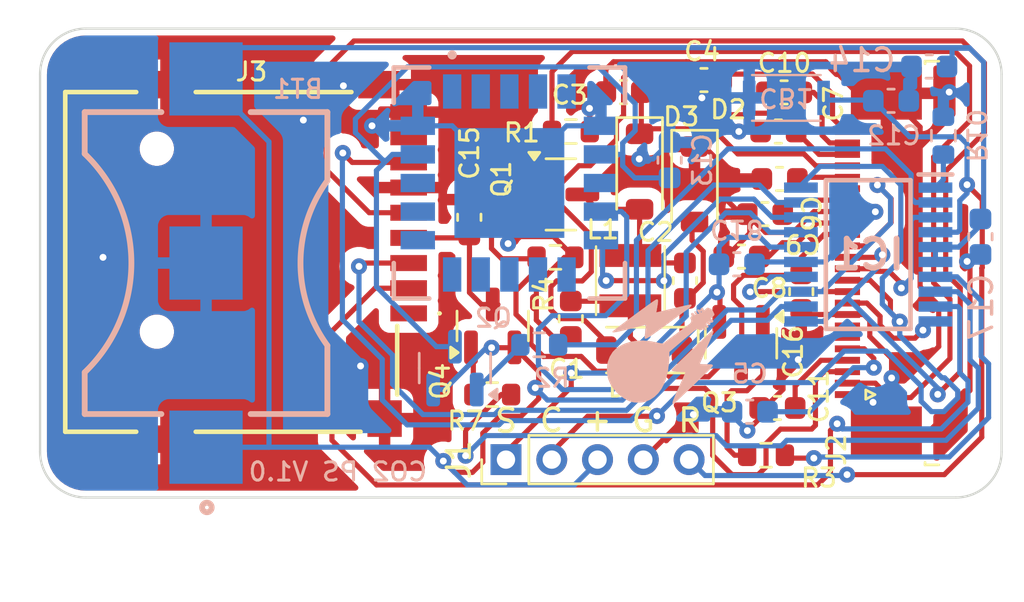
<source format=kicad_pcb>
(kicad_pcb (version 20240108) (generator "pcbnew") (generator_version "8.0")
  (layers (0 "F.Cu" signal) (31 "B.Cu" signal) (34 "B.Paste" user) (35 "F.Paste" user) (36 "B.SilkS" user "B.Silkscreen") (37 "F.SilkS" user "F.Silkscreen") (38 "B.Mask" user) (39 "F.Mask" user) (44 "Edge.Cuts" user))
  (net 0 "")
  (net 6 "GND")
  (net 7 "/CO2_3V3")
  (net 9 "/SCL")
  (net 10 "/SDA")
  (net 19 "+3.3V")
  (net 20 "/SC_3V3")
  (net 21 "Net-(D1-K)")
  (net 22 "Net-(D3-A)")
  (net 23 "/PREVGH")
  (net 24 "/VCOM")
  (net 25 "Net-(J2-Pin_5)")
  (net 26 "Net-(J2-Pin_20)")
  (net 27 "Net-(J2-Pin_22)")
  (net 28 "Net-(J2-Pin_18)")
  (net 29 "/PREVGL")
  (net 30 "Net-(J2-Pin_4)")
  (net 31 "/NRST")
  (net 33 "/GDR")
  (net 34 "/RESE")
  (net 37 "/Screen_BUSY")
  (net 38 "/Screen_RES")
  (net 39 "/D{slash}C")
  (net 40 "/Screen_CS")
  (net 41 "/SCK")
  (net 42 "/SDI")
  (net 45 "/SD_CS")
  (net 46 "Net-(J3-VDD)")
  (net 47 "/SDO")
  (net 49 "Net-(Q2-G)")
  (net 50 "Net-(Q3-G)")
  (net 51 "Net-(Q4-G)")
  (net 52 "/CO2_PWR")
  (net 53 "/Screen_PWR")
  (net 54 "/SD_PWR")
  (net 55 "Net-(IC1-BOOT0)")
  (net 56 "/SWDIO")
  (footprint "Resistor_SMD:R_0603_1608Metric" (layer "F.Cu") (at 184 126 180)
    (property "Reference" "R7")
    (property "Value" "10k")
  )
  (footprint "Capacitor_SMD:C_0603_1608Metric" (layer "F.Cu") (at 193.25 112.25)
    (property "Reference" "C4")
    (property "Value" "1u")
  )
  (footprint "Capacitor_SMD:C_0603_1608Metric" (layer "F.Cu") (at 187.432865 122.683032 -90)
    (property "Reference" "C1")
    (property "Value" "4.7u")
  )
  (footprint "Capacitor_SMD:C_0603_1608Metric" (layer "F.Cu") (at 192.418 121.020382 90)
    (property "Reference" "C2")
    (property "Value" "4.7u")
  )
  (footprint "Connector_FFC-FPC:TE_2-1734839-4_1x24-1MP_P0.5mm_Horizontal" (layer "F.Cu") (at 200.867 120.25 90)
    (property "Reference" "J2")
    (property "Value" "FPC24 (0.5mm)")
  )
  (footprint "Diode_SMD:D_SOD-123" (layer "F.Cu") (at 190.640086 124.05378 180)
    (property "Reference" "D1")
    (property "Value" "D")
  )
  (footprint "Capacitor_SMD:C_0603_1608Metric" (layer "F.Cu") (at 196.749999 112.789777)
    (property "Reference" "C10")
    (property "Value" "1u")
  )
  (footprint "Capacitor_SMD:C_0603_1608Metric" (layer "F.Cu") (at 189.738 112.776 180)
    (property "Reference" "C3")
    (property "Value" "1u")
  )
  (footprint "Resistor_SMD:R_0603_1608Metric" (layer "F.Cu") (at 195.961 128.651 180)
    (property "Reference" "R3")
    (property "Value" "10k")
  )
  (footprint "Capacitor_SMD:C_0603_1608Metric" (layer "F.Cu") (at 183 118.25 90)
    (property "Reference" "C15")
    (property "Value" "0.1u")
  )
  (footprint "Connector_PinHeader_2.00mm:PinHeader_1x05_P2.00mm_Vertical" (layer "F.Cu") (at 184.601363 128.843235 90)
    (property "Reference" "J1")
    (property "Value" "Conn_01x05_Pin")
  )
  (footprint "Resistor_SMD:R_0603_1608Metric" (layer "F.Cu") (at 186.7625 120 180)
    (property "Reference" "R4")
    (property "Value" "0.47")
  )
  (footprint "Capacitor_SMD:C_0603_1608Metric" (layer "F.Cu") (at 195.914234 118.110744)
    (property "Reference" "C9")
    (property "Value" "1u")
  )
  (footprint "Capacitor_SMD:C_0603_1608Metric" (layer "F.Cu") (at 194.889645 119.966744)
    (property "Reference" "C8")
    (property "Value" "1u")
  )
  (footprint "Package_TO_SOT_SMD:SOT-23" (layer "F.Cu") (at 184.023 123 90)
    (property "Reference" "Q4")
    (property "Value" "PMOS")
  )
  (footprint "Resistor_SMD:R_0603_1608Metric" (layer "F.Cu") (at 187.4375 114.5)
    (property "Reference" "R1")
    (property "Value" "1M")
  )
  (footprint "Package_TO_SOT_SMD:SOT-23" (layer "F.Cu") (at 194.869832 123.759134 -90)
    (property "Reference" "Q3")
    (property "Value" "PMOS")
  )
  (footprint "Diode_SMD:D_SOD-123" (layer "F.Cu") (at 192.83767 116.804695 -90)
    (property "Reference" "D2")
    (property "Value" "D")
  )
  (footprint "Package_TO_SOT_SMD:SOT-23" (layer "F.Cu") (at 187 117.25)
    (property "Reference" "Q1")
    (property "Value" "NMOS")
  )
  (footprint "Diode_SMD:D_SOD-123" (layer "F.Cu") (at 190.4375 116.25 -90)
    (property "Reference" "D3")
    (property "Value" "D")
  )
  (footprint "Capacitor_SMD:C_0603_1608Metric" (layer "F.Cu") (at 196.458764 126.58553)
    (property "Reference" "C11")
    (property "Value" "1u")
  )
  (footprint "Capacitor_SMD:C_0603_1608Metric" (layer "F.Cu") (at 196.553724 116.574577)
    (property "Reference" "C6")
    (property "Value" "1u")
  )
  (footprint "CO2_Sensor_Footprint:MSD1A" (layer "F.Cu") (at 172.85 120.2 -90)
    (property "Reference" "J3")
    (property "Value" "Micro_SD_Card" (hide yes))
  )
  (footprint "Capacitor_SMD:C_0603_1608Metric" (layer "F.Cu") (at 197.5 121.5 90)
    (property "Reference" "C16")
    (property "Value" "0.1u")
  )
  (footprint "Capacitor_SMD:C_0603_1608Metric" (layer "F.Cu") (at 196.5 114.5)
    (property "Reference" "C7")
    (property "Value" "1u")
  )
  (footprint "CO2_Sensor_Footprint:SRN3015" (layer "F.Cu") (at 190.03535 121.019676)
    (property "Reference" "L1")
    (property "Value" "10u" (hide yes))
  )
  (footprint "Capacitor_SMD:C_0603_1608Metric" (layer "B.Cu") (at 191.75 115.75 90)
    (property "Reference" "C13")
    (property "Value" "0.1u")
  )
  (footprint "CO2_Sensor_Footprint:SCD40DR2" (layer "B.Cu") (at 184.75 116.75 -90)
    (property "Reference" "1" (hide yes))
    (property "Value" "SCD40-D-R2" (hide yes))
  )
  (footprint "Resistor_SMD:R_0603_1608Metric" (layer "B.Cu") (at 203.708 114.681 90)
    (property "Reference" "R10")
    (property "Value" "10k")
  )
  (footprint "Capacitor_SMD:C_0603_1608Metric" (layer "B.Cu") (at 203.090631 111.657648)
    (property "Reference" "C14")
    (property "Value" "0.1u")
  )
  (footprint "CO2_Sensor_Footprint:SOP65P640X120-20N" (layer "B.Cu") (at 200.423 119.877 180)
    (property "Reference" "IC1")
    (property "Value" "STM32L031F6P7" (hide yes))
  )
  (footprint "CO2_Sensor_Footprint:TL3780AF240QG" (layer "B.Cu") (at 196.85 113.03 180)
    (property "Reference" "CB1")
    (property "Value" "CircuitBreaker_1P" (hide yes))
  )
  (footprint "Capacitor_SMD:C_0603_1608Metric" (layer "B.Cu") (at 205.326678 119.097186 90)
    (property "Reference" "C17")
    (property "Value" "4.7u")
  )
  (footprint "CO2_Sensor_Footprint:drawing" (layer "B.Cu") (at 191.4144 124.1044 180)
    (property "Reference" "Ref**" (hide yes))
    (property "Value" "Val**" (hide yes))
  )
  (footprint "Package_TO_SOT_SMD:SOT-23" (layer "B.Cu") (at 182.372 124.841 90)
    (property "Reference" "Q2")
    (property "Value" "PMOS")
  )
  (footprint "Capacitor_SMD:C_0603_1608Metric" (layer "B.Cu") (at 194.6843 120.303607 180)
    (property "Reference" "C18")
    (property "Value" "0.1u")
  )
  (footprint "Resistor_SMD:R_0603_1608Metric" (layer "B.Cu") (at 186.055 123.825 180)
    (property "Reference" "R2")
    (property "Value" "10k")
  )
  (footprint "Capacitor_SMD:C_0603_1608Metric" (layer "B.Cu") (at 201.422 113.157 180)
    (property "Reference" "C12")
    (property "Value" "10n")
  )
  (footprint "CO2_Sensor_Footprint:SMTM1225" (layer "B.Cu") (at 171.5 120.25 90)
    (property "Reference" "BT1")
    (property "Value" "CR2032" (hide yes))
  )
  (footprint "Capacitor_SMD:C_0603_1608Metric" (layer "B.Cu") (at 195.25 126.75)
    (property "Reference" "C5")
    (property "Value" "1u")
  )
  (gr_arc (start 164.25 112) (mid 164.835786 110.585786) (end 166.25 110) (stroke (width 0.1)) (layer "Edge.Cuts"))
  (gr_arc (start 204.25 110) (mid 205.664214 110.585786) (end 206.25 112) (stroke (width 0.1)) (layer "Edge.Cuts"))
  (gr_arc (start 206.25 128.5) (mid 205.664214 129.914214) (end 204.25 130.5) (stroke (width 0.1)) (layer "Edge.Cuts"))
  (gr_line (start 206.25 128.5) (end 206.25 112) (stroke (width 0.1)) (layer "Edge.Cuts"))
  (gr_line (start 204.25 110) (end 166.25 110) (stroke (width 0.1)) (layer "Edge.Cuts"))
  (gr_line (start 164.25 112) (end 164.25 128.5) (stroke (width 0.1)) (layer "Edge.Cuts"))
  (gr_line (start 166.25 130.5) (end 204.25 130.5) (stroke (width 0.1)) (layer "Edge.Cuts"))
  (gr_arc (start 166.25 130.5) (mid 164.835786 129.914214) (end 164.25 128.5) (stroke (width 0.1)) (layer "Edge.Cuts"))
  (gr_text "CO2 PS V1.0" (at 181.227765 129.843135 0) (layer "B.SilkS") (effects (font (size 0.8 0.8) (thickness 0.13)) (justify left bottom mirror)))
  (gr_text "S" (at 184.6072 127.0508 180) (layer "F.SilkS") (effects (font (size 1 1))))
  (gr_text "C" (at 186.5884 127.127 0) (layer "F.SilkS") (effects (font (size 1 1))))
  (gr_text "+" (at 188.595 127.1016 0) (layer "F.SilkS") (effects (font (size 1 1))))
  (gr_text "G" (at 190.6016 127.127 0) (layer "F.SilkS") (effects (font (size 1 1))))
  (gr_text "R" (at 192.6336 127.127 0) (layer "F.SilkS") (effects (font (size 1 1))))
  (segment (start 169.75 112.45) (end 174.2 112.45) (width 0.225) (layer "F.Cu") (net 6))
  (segment (start 195.683764 127.038196) (end 195.683764 126.58553) (width 0.225) (layer "F.Cu") (net 6))
  (segment (start 201.445346 125.274044) (end 201.445346 124.413546) (width 0.225) (layer "F.Cu") (net 6))
  (segment (start 193.876348 116.777245) (end 194.079016 116.574577) (width 0.225) (layer "F.Cu") (net 6))
  (segment (start 200.229592 122.5) (end 197.725 122.5) (width 0.225) (layer "F.Cu") (net 6))
  (segment (start 194.475 119.977) (end 194.475 119.723) (width 0.225) (layer "F.Cu") (net 6))
  (segment (start 197.5 123.5) (end 197.5 122.275) (width 0.225) (layer "F.Cu") (net 6))
  (segment (start 200.634929 127.087929) (end 201.217 127.67) (width 0.225) (layer "F.Cu") (net 6))
  (segment (start 188.250002 113.488204) (end 188.2625 113.500702) (width 0.225) (layer "F.Cu") (net 6))
  (segment (start 200.634929 126.337461) (end 200.634929 127.087929) (width 0.225) (layer "F.Cu") (net 6))
  (segment (start 203.017 127.67) (end 201.217 127.67) (width 0.225) (layer "F.Cu") (net 6))
  (segment (start 201.445346 124.413546) (end 200.49356 123.46176) (width 0.225) (layer "F.Cu") (net 6))
  (segment (start 186.360504 120.8) (end 186.336396 120.8) (width 0.225) (layer "F.Cu") (net 6))
  (segment (start 193.184739 113.05) (end 195.714776 113.05) (width 0.225) (layer "F.Cu") (net 6))
  (segment (start 202.131956 125.274044) (end 203.5048 123.9012) (width 0.225) (layer "F.Cu") (net 6))
  (segment (start 195.25 118.948) (end 195.25 118.5) (width 0.225) (layer "F.Cu") (net 6))
  (segment (start 198.052795 118) (end 197.142051 118.910744) (width 0.225) (layer "F.Cu") (net 6))
  (segment (start 200.7276 118) (end 199.517 118) (width 0.225) (layer "F.Cu") (net 6))
  (segment (start 187.160504 120) (end 186.360504 120.8) (width 0.225) (layer "F.Cu") (net 6))
  (segment (start 203.5048 122.0978) (end 202.692 121.285) (width 0.225) (layer "F.Cu") (net 6))
  (segment (start 203.5048 123.9012) (end 203.5048 122.0978) (width 0.225) (layer "F.Cu") (net 6))
  (segment (start 189.3 111.45) (end 188.963 111.787) (width 0.225) (layer "F.Cu") (net 6))
  (segment (start 195.939234 118.910744) (end 195.139234 118.110744) (width 0.225) (layer "F.Cu") (net 6))
  (segment (start 192.786 126.873) (end 192.564499 126.873) (width 0.225) (layer "F.Cu") (net 6))
  (segment (start 198.572 111.45) (end 199.952 112.83) (width 0.225) (layer "F.Cu") (net 6))
  (segment (start 186.68125 119.09375) (end 187.5875 120) (width 0.225) (layer "F.Cu") (net 6))
  (segment (start 204.870295 120.303357) (end 204.870295 125.816705) (width 0.225) (layer "F.Cu") (net 6))
  (segment (start 188.963 111.787) (end 188.963 112.776) (width 0.225) (layer "F.Cu") (net 6))
  (segment (start 202.692 121.285) (end 202.692 114.305) (width 0.225) (layer "F.Cu") (net 6))
  (segment (start 195.14596 127.576) (end 195.683764 127.038196) (width 0.225) (layer "F.Cu") (net 6))
  (segment (start 200.49356 122.763968) (end 200.229592 122.5) (width 0.225) (layer "F.Cu") (net 6))
  (segment (start 193.160345 113.025606) (end 193.184739 113.05) (width 0.225) (layer "F.Cu") (net 6))
  (segment (start 192.475 112.25) (end 192.475 111.45) (width 0.225) (layer "F.Cu") (net 6))
  (segment (start 185.928 122.744663) (end 186.641369 123.458032) (width 0.225) (layer "F.Cu") (net 6))
  (segment (start 197.368149 124.470149) (end 197.5 124.338298) (width 0.225) (layer "F.Cu") (net 6))
  (segment (start 202.692 114.305) (end 201.217 112.83) (width 0.225) (layer "F.Cu") (net 6))
  (segment (start 180.35 113.65) (end 179.35 113.65) (width 0.225) (layer "F.Cu") (net 6))
  (segment (start 199.45 118) (end 198.052795 118) (width 0.225) (layer "F.Cu") (net 6))
  (segment (start 185.000669 119.09375) (end 186.68125 119.09375) (width 0.225) (layer "F.Cu") (net 6))
  (segment (start 192.475 111.45) (end 189.3 111.45) (width 0.225) (layer "F.Cu") (net 6))
  (segment (start 193.097149 113.025606) (end 192.475 112.403457) (width 0.225) (layer "F.Cu") (net 6))
  (segment (start 195.297467 118.547467) (end 194.8625 118.1125) (width 0.225) (layer "F.Cu") (net 6))
  (segment (start 194.679577 116.574577) (end 195.778724 116.574577) (width 0.225) (layer "F.Cu") (net 6))
  (segment (start 200.736 118.0084) (end 200.7276 118) (width 0.225) (layer "F.Cu") (net 6))
  (segment (start 204.870295 125.816705) (end 203.017 127.67) (width 0.225) (layer "F.Cu") (net 6))
  (segment (start 195.25 118.5) (end 194.8625 118.1125) (width 0.225) (layer "F.Cu") (net 6))
  (segment (start 194.079016 116.574577) (end 195.778724 116.574577) (width 0.225) (layer "F.Cu") (net 6))
  (segment (start 194.475 119.723) (end 195.25 118.948) (width 0.225) (layer "F.Cu") (net 6))
  (segment (start 195.725 126.75) (end 196.702436 125.772564) (width 0.225) (layer "F.Cu") (net 6))
  (segment (start 191.692176 115.139824) (end 192.730063 115.139824) (width 0.225) (layer "F.Cu") (net 6))
  (segment (start 196.702436 125.297564) (end 197.5 124.5) (width 0.225) (layer "F.Cu") (net 6))
  (segment (start 197.142051 118.910744) (end 195.939234 118.910744) (width 0.225) (layer "F.Cu") (net 6))
  (segment (start 190.601363 128.836136) (end 190.601363 128.843235) (width 0.225) (layer "F.Cu") (net 6))
  (segment (start 188.2625 113.500702) (end 188.2625 114.5) (width 0.225) (layer "F.Cu") (net 6))
  (segment (start 174.2 112.45) (end 175.75 114) (width 0.225) (layer "F.Cu") (net 6))
  (segment (start 194.774 114.5) (end 195.725 114.5) (width 0.225) (layer "F.Cu") (net 6))
  (segment (start 201.445346 125.274044) (end 202.131956 125.274044) (width 0.225) (layer "F.Cu") (net 6))
  (segment (start 197.5 124.5) (end 197.5 123.5) (width 0.225) (layer "F.Cu") (net 6))
  (segment (start 187.5875 120) (end 187.160504 120) (width 0.225) (layer "F.Cu") (net 6))
  (segment (start 204.743707 120.176769) (end 204.870295 120.303357) (width 0.225) (layer "F.Cu") (net 6))
  (segment (start 179.35 113.65) (end 178.75 114.25) (width 0.225) (layer "F.Cu") (net 6))
  (segment (start 192.475 111.45) (end 198.572 111.45) (width 0.225) (layer "F.Cu") (net 6))
  (segment (start 193.160345 113.025606) (end 193.097149 113.025606) (width 0.225) (layer "F.Cu") (net 6))
  (segment (start 186.641369 123.458032) (end 187.432865 123.458032) (width 0.225) (layer "F.Cu") (net 6))
  (segment (start 196.702436 125.772564) (end 196.702436 125.297564) (width 0.225) (layer "F.Cu") (net 6))
  (segment (start 188.250002 113.488204) (end 188.962206 112.776) (width 0.225) (layer "F.Cu") (net 6))
  (segment (start 193.876348 117.126348) (end 193.876348 116.777245) (width 0.225) (layer "F.Cu") (net 6))
  (segment (start 186.336396 120.8) (end 185.928 121.208396) (width 0.225) (layer "F.Cu") (net 6))
  (segment (start 184.693921 119.400498) (end 185.000669 119.09375) (width 0.225) (layer "F.Cu") (net 6))
  (segment (start 191.132215 115.699785) (end 191.692176 115.139824) (width 0.225) (layer "F.Cu") (net 6))
  (segment (start 192.564499 126.873) (end 190.601363 128.836136) (width 0.225) (layer "F.Cu") (net 6))
  (segment (start 197.5 124.338298) (end 197.5 123.5) (width 0.225) (layer "F.Cu") (net 6))
  (segment (start 194.8625 118.1125) (end 193.876348 117.126348) (width 0.225) (layer "F.Cu") (net 6))
  (segment (start 190.423449 115.699785) (end 191.132215 115.699785) (width 0.225) (layer "F.Cu") (net 6))
  (segment (start 185.928 121.208396) (end 185.928 122.744663) (width 0.225) (layer "F.Cu") (net 6))
  (segment (start 193.244824 115.139824) (end 194.679577 116.574577) (width 0.225) (layer "F.Cu") (net 6))
  (segment (start 200.49356 123.46176) (end 200.49356 122.763968) (width 0.225) (layer "F.Cu") (net 6))
  (via (at 194.774 114.5) (size 0.7) (drill 0.3) (layers "F.Cu" "B.Cu") (net 6))
  (via (at 203.962 112.776) (size 0.7) (drill 0.3) (layers "F.Cu" "B.Cu") (net 6))
  (via (at 190.423449 115.699785) (size 0.7) (drill 0.3) (layers "F.Cu" "B.Cu") (net 6))
  (via (at 177.5 112.5) (size 0.7) (drill 0.3) (layers "F.Cu" "B.Cu") (net 6))
  (via (at 188.250002 113.488204) (size 0.7) (drill 0.3) (layers "F.Cu" "B.Cu") (net 6))
  (via (at 195.14596 127.576) (size 0.7) (drill 0.3) (layers "F.Cu" "B.Cu") (net 6))
  (via (at 184.693921 119.400498) (size 0.7) (drill 0.3) (layers "F.Cu" "B.Cu") (net 6))
  (via (at 167 120) (size 0.7) (drill 0.3) (layers "F.Cu" "B.Cu") (net 6))
  (via (at 178.75 114.25) (size 0.7) (drill 0.3) (layers "F.Cu" "B.Cu") (net 6))
  (via (at 193.160345 113.025606) (size 0.7) (drill 0.3) (layers "F.Cu" "B.Cu") (net 6))
  (via (at 200.634929 126.337461) (size 0.7) (drill 0.3) (layers "F.Cu" "B.Cu") (net 6))
  (via (at 200.736 118.0084) (size 0.7) (drill 0.3) (layers "F.Cu" "B.Cu") (net 6))
  (via (at 178.25 124.75) (size 0.7) (drill 0.3) (layers "F.Cu" "B.Cu") (net 6))
  (via (at 175.75 114) (size 0.7) (drill 0.3) (layers "F.Cu" "B.Cu") (net 6))
  (via (at 201.445346 125.274044) (size 0.7) (drill 0.3) (layers "F.Cu" "B.Cu") (net 6))
  (via (at 204.743707 120.176769) (size 0.7) (drill 0.3) (layers "F.Cu" "B.Cu") (net 6))
  (via (at 192.786 126.873) (size 0.7) (drill 0.3) (layers "F.Cu" "B.Cu") (net 6))
  (via (at 197.368149 124.470149) (size 0.7) (drill 0.3) (layers "F.Cu" "B.Cu") (net 6))
  (segment (start 197.485 120.202) (end 195.560907 120.202) (width 0.225) (layer "B.Cu") (net 6))
  (segment (start 180.75 114.25) (end 182.25 114.25) (width 0.225) (layer "B.Cu") (net 6))
  (segment (start 178.75 114.25) (end 180.75 114.25) (width 0.225) (layer "B.Cu") (net 6))
  (segment (start 192.786 126.873) (end 192.909 126.75) (width 0.225) (layer "B.Cu") (net 6))
  (segment (start 201.195539 126.337461) (end 201.445346 126.087654) (width 0.225) (layer "B.Cu") (net 6))
  (segment (start 201.445346 126.087654) (end 201.445346 125.274044) (width 0.225) (layer "B.Cu") (net 6))
  (segment (start 184.693921 119.400498) (end 184.75 119.344419) (width 0.225) (layer "B.Cu") (net 6))
  (segment (start 187.25 114.25) (end 184.75 116.75) (width 0.225) (layer "B.Cu") (net 6))
  (segment (start 198.5424 120.202) (end 197.485 120.202) (width 0.225) (layer "B.Cu") (net 6))
  (segment (start 192.909 126.75) (end 194.475 126.75) (width 0.225) (layer "B.Cu") (net 6))
  (segment (start 200.634929 126.337461) (end 201.195539 126.337461) (width 0.225) (layer "B.Cu") (net 6))
  (segment (start 191.025215 115.699785) (end 191.75 114.975) (width 0.225) (layer "B.Cu") (net 6))
  (segment (start 184.75 119.344419) (end 184.75 116.75) (width 0.225) (layer "B.Cu") (net 6))
  (segment (start 195.018371 113.025606) (end 195.1178 113.125035) (width 0.225) (layer "B.Cu") (net 6))
  (segment (start 190.423449 115.699785) (end 191.025215 115.699785) (width 0.225) (layer "B.Cu") (net 6))
  (segment (start 194.475 126.90504) (end 195.14596 127.576) (width 0.225) (layer "B.Cu") (net 6))
  (segment (start 182.25 114.25) (end 184.75 116.75) (width 0.225) (layer "B.Cu") (net 6))
  (segment (start 188.75 114.25) (end 187.25 114.25) (width 0.225) (layer "B.Cu") (net 6))
  (segment (start 193.160345 113.025606) (end 195.018371 113.025606) (width 0.225) (layer "B.Cu") (net 6))
  (segment (start 204.743707 120.176769) (end 205.194695 120.176769) (width 0.225) (layer "B.Cu") (net 6))
  (segment (start 200.736 118.0084) (end 198.5424 120.202) (width 0.225) (layer "B.Cu") (net 6))
  (segment (start 189.698449 115.482551) (end 189.698449 116.00009) (width 0.225) (layer "B.Cu") (net 7))
  (segment (start 178.025 113.949695) (end 178.025 114.550305) (width 0.225) (layer "B.Cu") (net 7))
  (segment (start 190.246 114.4597) (end 190.246 113.284) (width 0.225) (layer "B.Cu") (net 7))
  (segment (start 179.3875 115.7605) (end 179.648 115.5) (width 0.225) (layer "B.Cu") (net 7))
  (segment (start 189.681 115.5) (end 189.698449 115.482551) (width 0.225) (layer "B.Cu") (net 7))
  (segment (start 178.943 116.205) (end 179.648 115.5) (width 0.225) (layer "B.Cu") (net 7))
  (segment (start 181.561904 123.903904) (end 178.943 121.285) (width 0.225) (layer "B.Cu") (net 7))
  (segment (start 189.698449 116.00009) (end 190.223359 116.525) (width 0.225) (layer "B.Cu") (net 7))
  (segment (start 189.698449 115.007251) (end 190.246 114.4597) (width 0.225) (layer "B.Cu") (net 7))
  (segment (start 188.637 111.675) (end 180.299695 111.675) (width 0.225) (layer "B.Cu") (net 7))
  (segment (start 189.681 115.5) (end 189.698449 115.517449) (width 0.225) (layer "B.Cu") (net 7))
  (segment (start 189.198359 115.5) (end 189.681 115.5) (width 0.225) (layer "B.Cu") (net 7))
  (segment (start 179.648 115.5) (end 180.75 115.5) (width 0.225) (layer "B.Cu") (net 7))
  (segment (start 178.025 114.550305) (end 179.235195 115.7605) (width 0.225) (layer "B.Cu") (net 7))
  (segment (start 178.943 121.285) (end 178.943 116.205) (width 0.225) (layer "B.Cu") (net 7))
  (segment (start 189.3 115.5) (end 189.681 115.5) (width 0.225) (layer "B.Cu") (net 7))
  (segment (start 182.403904 123.903904) (end 181.561904 123.903904) (width 0.225) (layer "B.Cu") (net 7))
  (segment (start 190.246 113.284) (end 188.637 111.675) (width 0.225) (layer "B.Cu") (net 7))
  (segment (start 180.299695 111.675) (end 178.025 113.949695) (width 0.225) (layer "B.Cu") (net 7))
  (segment (start 190.223359 116.525) (end 191.75 116.525) (width 0.225) (layer "B.Cu") (net 7))
  (segment (start 189.698449 115.517449) (end 189.698449 115.007251) (width 0.225) (layer "B.Cu") (net 7))
  (segment (start 179.235195 115.7605) (end 179.3875 115.7605) (width 0.225) (layer "B.Cu") (net 7))
  (segment (start 179.648 115.5) (end 180.25 115.5) (width 0.225) (layer "B.Cu") (net 7))
  (segment (start 186.01806 123.15074) (end 186.619209 122.549591) (width 0.225) (layer "B.Cu") (net 9))
  (segment (start 189.875 118.229656) (end 189.645344 118) (width 0.225) (layer "B.Cu") (net 9))
  (segment (start 186.619209 122.549591) (end 188.956009 122.549591) (width 0.225) (layer "B.Cu") (net 9))
  (segment (start 186.01806 124.734186) (end 186.01806 123.15074) (width 0.225) (layer "B.Cu") (net 9))
  (segment (start 192.474324 119.781631) (end 192.474324 122.567994) (width 0.225) (layer "B.Cu") (net 9))
  (segment (start 189.259318 125.783) (end 187.066874 125.783) (width 0.225) (layer "B.Cu") (net 9))
  (segment (start 196.118 118.902) (end 195.268 118.052) (width 0.225) (layer "B.Cu") (net 9))
  (segment (start 189.875 121.6306) (end 189.875 118.229656) (width 0.225) (layer "B.Cu") (net 9))
  (segment (start 194.203955 118.052) (end 192.474324 119.781631) (width 0.225) (layer "B.Cu") (net 9))
  (segment (start 187.066874 125.783) (end 186.01806 124.734186) (width 0.225) (layer "B.Cu") (net 9))
  (segment (start 192.474324 122.567994) (end 189.259318 125.783) (width 0.225) (layer "B.Cu") (net 9))
  (segment (start 188.956009 122.549591) (end 189.875 121.6306) (width 0.225) (layer "B.Cu") (net 9))
  (segment (start 189.645344 118) (end 189.25 118) (width 0.225) (layer "B.Cu") (net 9))
  (segment (start 195.268 118.052) (end 194.203955 118.052) (width 0.225) (layer "B.Cu") (net 9))
  (segment (start 197.485 118.902) (end 196.118 118.902) (width 0.225) (layer "B.Cu") (net 9))
  (segment (start 191.492171 121.019178) (end 191.4995 121.026507) (width 0.225) (layer "F.Cu") (net 10))
  (segment (start 188.976 121.019178) (end 191.492171 121.019178) (width 0.225) (layer "F.Cu") (net 10))
  (via (at 191.4995 121.026507) (size 0.7) (drill 0.3) (layers "F.Cu" "B.Cu") (net 10))
  (via (at 188.976 121.019178) (size 0.7) (drill 0.3) (layers "F.Cu" "B.Cu") (net 10))
  (segment (start 195.431617 117.453617) (end 193.950383 117.453617) (width 0.225) (layer "B.Cu") (net 10))
  (segment (start 197.485 118.252) (end 196.23 118.252) (width 0.225) (layer "B.Cu") (net 10))
  (segment (start 193.950383 117.453617) (end 191.4995 119.9045) (width 0.225) (layer "B.Cu") (net 10))
  (segment (start 188.821751 120.864929) (end 188.821751 119.321751) (width 0.225) (layer "B.Cu") (net 10))
  (segment (start 196.23 118.252) (end 195.431617 117.453617) (width 0.225) (layer "B.Cu") (net 10))
  (segment (start 188.976 121.019178) (end 188.821751 120.864929) (width 0.225) (layer "B.Cu") (net 10))
  (segment (start 191.4995 119.9045) (end 191.4995 121.026507) (width 0.225) (layer "B.Cu") (net 10))
  (segment (start 183.137176 129.398639) (end 182.357639 129.398639) (width 0.225) (layer "F.Cu") (net 19))
  (segment (start 193.818081 121.525455) (end 193.949501 121.656875) (width 0.225) (layer "F.Cu") (net 19))
  (segment (start 184.3278 126.9492) (end 183.5912 127.6858) (width 0.225) (layer "F.Cu") (net 19))
  (segment (start 193.949501 121.656875) (end 193.949501 122.834588) (width 0.225) (layer "F.Cu") (net 19))
  (segment (start 184.973 123.9375) (end 186.02937 124.99387) (width 0.225) (layer "F.Cu") (net 19))
  (segment (start 183.973 123.952) (end 184.9585 123.952) (width 0.225) (layer "F.Cu") (net 19))
  (segment (start 183.5912 127.6858) (end 183.5912 128.944615) (width 0.225) (layer "F.Cu") (net 19))
  (segment (start 186.02937 124.99387) (end 186.02937 126.179732) (width 0.225) (layer "F.Cu") (net 19))
  (segment (start 182.357639 129.398639) (end 181.864 128.905) (width 0.225) (layer "F.Cu") (net 19))
  (segment (start 183.5912 128.944615) (end 183.137176 129.398639) (width 0.225) (layer "F.Cu") (net 19))
  (segment (start 186.02937 126.179732) (end 185.259902 126.9492) (width 0.225) (layer "F.Cu") (net 19))
  (segment (start 185.259902 126.9492) (end 184.3278 126.9492) (width 0.225) (layer "F.Cu") (net 19))
  (via (at 183.973 123.952) (size 0.7) (drill 0.3) (layers "F.Cu" "B.Cu") (net 19))
  (via (at 193.818081 121.525455) (size 0.7) (drill 0.3) (layers "F.Cu" "B.Cu") (net 19))
  (via (at 185.879843 125.704262) (size 0.7) (drill 0.3) (layers "F.Cu" "B.Cu") (net 19))
  (via (at 181.864 128.905) (size 0.7) (drill 0.3) (layers "F.Cu" "B.Cu") (net 19))
  (segment (start 194.31 119.126) (end 193.9093 119.5267) (width 0.225) (layer "B.Cu") (net 19))
  (segment (start 183.7436 123.952) (end 183.973 123.952) (width 0.225) (layer "B.Cu") (net 19))
  (segment (start 181.864 128.905) (end 182.9054 129.9464) (width 0.225) (layer "B.Cu") (net 19))
  (segment (start 171.5 128.3) (end 174.25 128.3) (width 0.225) (layer "B.Cu") (net 19))
  (segment (start 181.864 128.905) (end 181.259 128.3) (width 0.225) (layer "B.Cu") (net 19))
  (segment (start 197.485 119.552) (end 196.131604 119.552) (width 0.225) (layer "B.Cu") (net 19))
  (segment (start 187.5986 129.9464) (end 188.595 128.95) (width 0.225) (layer "B.Cu") (net 19))
  (segment (start 193.04 122.88002) (end 193.04 122.174) (width 0.225) (layer "B.Cu") (net 19))
  (segment (start 174.25 114.95) (end 171.5 112.2) (width 0.225) (layer "B.Cu") (net 19))
  (segment (start 174.25 128.3) (end 174.25 114.95) (width 0.225) (layer "B.Cu") (net 19))
  (segment (start 205.343464 118.584424) (end 204.375888 119.552) (width 0.225) (layer "B.Cu") (net 19))
  (segment (start 204.089 110.861) (end 204.089 111.633) (width 0.225) (layer "B.Cu") (net 19))
  (segment (start 193.04 122.174) (end 193.688545 121.525455) (width 0.225) (layer "B.Cu") (net 19))
  (segment (start 186.413581 126.238) (end 189.68202 126.238) (width 0.225) (layer "B.Cu") (net 19))
  (segment (start 185.879843 125.704262) (end 186.413581 126.238) (width 0.225) (layer "B.Cu") (net 19))
  (segment (start 204.375888 119.552) (end 203.361 119.552) (width 0.225) (layer "B.Cu") (net 19))
  (segment (start 205.466493 111.466493) (end 205.466493 118.192611) (width 0.225) (layer "B.Cu") (net 19))
  (segment (start 204.833 110.833) (end 204.861 110.861) (width 0.225) (layer "B.Cu") (net 19))
  (segment (start 204.861 110.861) (end 205.466493 111.466493) (width 0.225) (layer "B.Cu") (net 19))
  (segment (start 195.705604 119.126) (end 194.31 119.126) (width 0.225) (layer "B.Cu") (net 19))
  (segment (start 193.9093 119.5267) (end 193.9093 120.303607) (width 0.225) (layer "B.Cu") (net 19))
  (segment (start 203.361 119.552) (end 203.361 120.202) (width 0.225) (layer "B.Cu") (net 19))
  (segment (start 193.9093 121.434236) (end 193.818081 121.525455) (width 0.225) (layer "B.Cu") (net 19))
  (segment (start 196.131604 119.552) (end 195.705604 119.126) (width 0.225) (layer "B.Cu") (net 19))
  (segment (start 181.259 128.3) (end 171.5 128.3) (width 0.225) (layer "B.Cu") (net 19))
  (segment (start 193.9093 120.303607) (end 193.9093 121.434236) (width 0.225) (layer "B.Cu") (net 19))
  (segment (start 193.688545 121.525455) (end 193.818081 121.525455) (width 0.225) (layer "B.Cu") (net 19))
  (segment (start 189.68202 126.238) (end 193.04 122.88002) (width 0.225) (layer "B.Cu") (net 19))
  (segment (start 182.9054 129.9464) (end 187.5986 129.9464) (width 0.225) (layer "B.Cu") (net 19))
  (segment (start 181.422 125.7785) (end 181.9171 125.7785) (width 0.225) (layer "B.Cu") (net 19))
  (segment (start 193.818081 121.525455) (end 193.94344 121.525455) (width 0.225) (layer "B.Cu") (net 19))
  (segment (start 181.9171 125.7785) (end 183.7436 123.952) (width 0.225) (layer "B.Cu") (net 19))
  (segment (start 172.867 110.833) (end 204.833 110.833) (width 0.225) (layer "B.Cu") (net 19))
  (segment (start 204.861 110.861) (end 204.089 110.861) (width 0.225) (layer "B.Cu") (net 19))
  (segment (start 198.12 119.38) (end 197.714595 118.974595) (width 0.225) (layer "F.Cu") (net 20))
  (segment (start 194.543081 121.812352) (end 194.543081 121.211742) (width 0.225) (layer "F.Cu") (net 20))
  (segment (start 197.328447 119.360744) (end 196.681862 119.360744) (width 0.225) (layer "F.Cu") (net 20))
  (segment (start 187.444833 121.92) (end 189.602762 121.92) (width 0.225) (layer "F.Cu") (net 20))
  (segment (start 198.189191 118.5) (end 197.714595 118.974595) (width 0.225) (layer "F.Cu") (net 20))
  (segment (start 194.899501 122.168772) (end 194.543081 121.812352) (width 0.225) (layer "F.Cu") (net 20))
  (segment (start 194.967776 120.787047) (end 197.437953 120.787047) (width 0.225) (layer "F.Cu") (net 20))
  (segment (start 198.5 119) (end 198.12 119.38) (width 0.225) (layer "F.Cu") (net 20))
  (segment (start 193.96538 124.709588) (end 194.899501 124.709588) (width 0.225) (layer "F.Cu") (net 20))
  (segment (start 190.03535 123.5015) (end 191.75585 125.222) (width 0.225) (layer "F.Cu") (net 20))
  (segment (start 197.714595 118.974595) (end 197.328447 119.360744) (width 0.225) (layer "F.Cu") (net 20))
  (segment (start 194.899501 124.709588) (end 194.899501 122.168772) (width 0.225) (layer "F.Cu") (net 20))
  (segment (start 199.45 118.5) (end 198.189191 118.5) (width 0.225) (layer "F.Cu") (net 20))
  (segment (start 193.452968 125.222) (end 193.96538 124.709588) (width 0.225) (layer "F.Cu") (net 20))
  (segment (start 196.681862 119.360744) (end 195.989399 120.053207) (width 0.225) (layer "F.Cu") (net 20))
  (segment (start 190.03535 122.119676) (end 190.03535 123.5015) (width 0.225) (layer "F.Cu") (net 20))
  (segment (start 199.45 119) (end 198.5 119) (width 0.225) (layer "F.Cu") (net 20))
  (segment (start 198.12 119.38) (end 197.5 120) (width 0.225) (layer "F.Cu") (net 20))
  (segment (start 191.75585 125.222) (end 193.452968 125.222) (width 0.225) (layer "F.Cu") (net 20))
  (segment (start 194.543081 121.211742) (end 194.967776 120.787047) (width 0.225) (layer "F.Cu") (net 20))
  (segment (start 197.5 120) (end 197.5 120.725) (width 0.225) (layer "F.Cu") (net 20))
  (segment (start 192.730063 118.439824) (end 192.730063 119.249563) (width 0.225) (layer "F.Cu") (net 21))
  (segment (start 192.730063 119.249563) (end 193.218 119.7375) (width 0.225) (layer "F.Cu") (net 21))
  (segment (start 193.218 121.107) (end 192.290086 122.034914) (width 0.225) (layer "F.Cu") (net 21))
  (segment (start 192.290086 122.034914) (end 192.290086 124.05378) (width 0.225) (layer "F.Cu") (net 21))
  (segment (start 193.218 119.7375) (end 193.218 121.107) (width 0.225) (layer "F.Cu") (net 21))
  (segment (start 187.9375 117.25) (end 188.5875 117.9) (width 0.225) (layer "F.Cu") (net 22))
  (segment (start 190.361056 120.245382) (end 192.418 120.245382) (width 0.225) (layer "F.Cu") (net 22))
  (segment (start 190.4375 117.9) (end 190.4375 119.517526) (width 0.225) (layer "F.Cu") (net 22))
  (segment (start 188.5875 117.9) (end 190.4375 117.9) (width 0.225) (layer "F.Cu") (net 22))
  (segment (start 190.4375 119.517526) (end 190.03535 119.919676) (width 0.225) (layer "F.Cu") (net 22))
  (segment (start 198.138604 116) (end 199.45 116) (width 0.225) (layer "F.Cu") (net 23))
  (segment (start 193.62839 114.379695) (end 194.72771 115.479015) (width 0.225) (layer "F.Cu") (net 23))
  (segment (start 190.513 112.8005) (end 190.513 114.5245) (width 0.225) (layer "F.Cu") (net 23))
  (segment (start 197.617619 115.479015) (end 198.138604 116) (width 0.225) (layer "F.Cu") (net 23))
  (segment (start 190.657805 114.379695) (end 193.62839 114.379695) (width 0.225) (layer "F.Cu") (net 23))
  (segment (start 194.72771 115.479015) (end 197.617619 115.479015) (width 0.225) (layer "F.Cu") (net 23))
  (segment (start 198.865931 113.915931) (end 198.865931 112.865931) (width 0.225) (layer "F.Cu") (net 24))
  (segment (start 198.865931 112.865931) (end 197.989777 111.989777) (width 0.225) (layer "F.Cu") (net 24))
  (segment (start 199.45 114.5) (end 198.865931 113.915931) (width 0.225) (layer "F.Cu") (net 24))
  (segment (start 197.989777 111.989777) (end 194.285223 111.989777) (width 0.225) (layer "F.Cu") (net 24))
  (segment (start 200.25 124) (end 199.45 124) (width 0.225) (layer "F.Cu") (net 25))
  (segment (start 200.666203 124.416203) (end 200.25 124) (width 0.225) (layer "F.Cu") (net 25))
  (segment (start 200.666203 124.824255) (end 200.666203 124.416203) (width 0.225) (layer "F.Cu") (net 25))
  (via (at 200.666203 124.824255) (size 0.7) (drill 0.3) (layers "F.Cu" "B.Cu") (net 25))
  (segment (start 200.666203 124.824255) (end 199.787745 124.824255) (width 0.225) (layer "B.Cu") (net 25))
  (segment (start 197.862 126.75) (end 196.025 126.75) (width 0.225) (layer "B.Cu") (net 25))
  (segment (start 199.787745 124.824255) (end 197.862 126.75) (width 0.225) (layer "B.Cu") (net 25))
  (segment (start 199.45 116.5) (end 197.403301 116.5) (width 0.225) (layer "F.Cu") (net 26))
  (segment (start 199.45 115.5) (end 198.275 115.5) (width 0.225) (layer "F.Cu") (net 27))
  (segment (start 198.275 115.5) (end 197.275 114.5) (width 0.225) (layer "F.Cu") (net 27))
  (segment (start 197.299978 117.5) (end 196.689234 118.110744) (width 0.225) (layer "F.Cu") (net 28))
  (segment (start 199.45 117.5) (end 197.299978 117.5) (width 0.225) (layer "F.Cu") (net 28))
  (segment (start 191.516 112.268) (end 191.516 113.451976) (width 0.225) (layer "F.Cu") (net 29))
  (segment (start 196.177817 113.7) (end 196.227817 113.75) (width 0.225) (layer "F.Cu") (net 29))
  (segment (start 186.8424 117.564662) (end 186.8424 116.936125) (width 0.225) (layer "F.Cu") (net 29))
  (segment (start 189.738 112.141) (end 189.979 111.9) (width 0.225) (layer "F.Cu") (net 29))
  (segment (start 195.272183 113.7) (end 196.177817 113.7) (width 0.225) (layer "F.Cu") (net 29))
  (segment (start 188.328205 119.050467) (end 186.8424 117.564662) (width 0.225) (layer "F.Cu") (net 29))
  (segment (start 186.8424 116.936125) (end 187.783346 115.995179) (width 0.225) (layer "F.Cu") (net 29))
  (segment (start 191.828433 113.764409) (end 195.207774 113.764409) (width 0.225) (layer "F.Cu") (net 29))
  (segment (start 187.93266 121.031) (end 188.328205 120.635455) (width 0.225) (layer "F.Cu") (net 29))
  (segment (start 196.564776 113.75) (end 197.524999 112.789777) (width 0.225) (layer "F.Cu") (net 29))
  (segment (start 198.746667 115) (end 198.409605 114.662938) (width 0.225) (layer "F.Cu") (net 29))
  (segment (start 189.979 111.9) (end 191.148 111.9) (width 0.225) (layer "F.Cu") (net 29))
  (segment (start 196.227817 113.75) (end 196.564776 113.75) (width 0.225) (layer "F.Cu") (net 29))
  (segment (start 189.427741 114.844192) (end 189.427741 114.102259) (width 0.225) (layer "F.Cu") (net 29))
  (segment (start 186.563 122.297219) (end 186.563 121.285) (width 0.225) (layer "F.Cu") (net 29))
  (segment (start 195.207774 113.764409) (end 195.272183 113.7) (width 0.225) (layer "F.Cu") (net 29))
  (segment (start 189.738 113.792) (end 189.738 112.141) (width 0.225) (layer "F.Cu") (net 29))
  (segment (start 186.563 121.285) (end 186.817 121.031) (width 0.225) (layer "F.Cu") (net 29))
  (segment (start 186.948813 122.683032) (end 186.563 122.297219) (width 0.225) (layer "F.Cu") (net 29))
  (segment (start 187.961032 122.683032) (end 186.948813 122.683032) (width 0.225) (layer "F.Cu") (net 29))
  (segment (start 198.039777 112.789777) (end 197.524999 112.789777) (width 0.225) (layer "F.Cu") (net 29))
  (segment (start 189.427741 114.102259) (end 189.738 113.792) (width 0.225) (layer "F.Cu") (net 29))
  (segment (start 188.276754 115.995179) (end 189.427741 114.844192) (width 0.225) (layer "F.Cu") (net 29))
  (segment (start 188.328205 120.635455) (end 188.328205 119.050467) (width 0.225) (layer "F.Cu") (net 29))
  (segment (start 199.45 115) (end 198.746667 115) (width 0.225) (layer "F.Cu") (net 29))
  (segment (start 191.148 111.9) (end 191.516 112.268) (width 0.225) (layer "F.Cu") (net 29))
  (segment (start 198.409605 113.159605) (end 198.039777 112.789777) (width 0.225) (layer "F.Cu") (net 29))
  (segment (start 198.409605 114.662938) (end 198.409605 113.159605) (width 0.225) (layer "F.Cu") (net 29))
  (segment (start 188.990086 123.712086) (end 187.961032 122.683032) (width 0.225) (layer "F.Cu") (net 29))
  (segment (start 191.516 113.451976) (end 191.828433 113.764409) (width 0.225) (layer "F.Cu") (net 29))
  (segment (start 186.817 121.031) (end 187.93266 121.031) (width 0.225) (layer "F.Cu") (net 29))
  (segment (start 187.783346 115.995179) (end 188.276754 115.995179) (width 0.225) (layer "F.Cu") (net 29))
  (segment (start 198.363604 124.5) (end 197.233764 125.62984) (width 0.225) (layer "F.Cu") (net 30))
  (segment (start 197.233764 125.62984) (end 197.233764 126.58553) (width 0.225) (layer "F.Cu") (net 30))
  (segment (start 199.517 124.5) (end 198.363604 124.5) (width 0.225) (layer "F.Cu") (net 30))
  (segment (start 205.406207 117.489826) (end 205.406207 120.451186) (width 0.225) (layer "F.Cu") (net 31))
  (segment (start 205.406207 120.451186) (end 205.3844 120.472993) (width 0.225) (layer "F.Cu") (net 31))
  (segment (start 205.3844 127.8656) (end 203.75 129.5) (width 0.225) (layer "F.Cu") (net 31))
  (segment (start 205.3844 120.472993) (end 205.3844 127.8656) (width 0.225) (layer "F.Cu") (net 31))
  (segment (start 203.75 129.5) (end 199.5 129.5) (width 0.225) (layer "F.Cu") (net 31))
  (segment (start 204.741493 116.825112) (end 205.406207 117.489826) (width 0.225) (layer "F.Cu") (net 31))
  (via (at 204.741493 116.825112) (size 0.7) (drill 0.3) (layers "F.Cu" "B.Cu") (net 31))
  (via (at 199.5 129.5) (size 0.7) (drill 0.3) (layers "F.Cu" "B.Cu") (net 31))
  (segment (start 200.628035 113.125035) (end 198.3678 113.125035) (width 0.225) (layer "B.Cu") (net 31))
  (segment (start 204.741493 117.203507) (end 204.4235 117.5215) (width 0.225) (layer "B.Cu") (net 31))
  (segment (start 204.425139 114.730729) (end 202.233729 114.730729) (width 0.225) (layer "B.Cu") (net 31))
  (segment (start 204.3235 118.902) (end 203.361 118.902) (width 0.225) (layer "B.Cu") (net 31))
  (segment (start 204.4235 117.5215) (end 204.4235 118.802) (width 0.225) (layer "B.Cu") (net 31))
  (segment (start 202.233729 114.730729) (end 200.628035 113.125035) (width 0.225) (layer "B.Cu") (net 31))
  (segment (start 204.741493 116.825112) (end 204.741493 115.047083) (width 0.225) (layer "B.Cu") (net 31))
  (segment (start 204.4235 118.802) (end 204.3235 118.902) (width 0.225) (layer "B.Cu") (net 31))
  (segment (start 193.298128 129.54) (end 192.601363 128.843235) (width 0.225) (layer "B.Cu") (net 31))
  (segment (start 199.46 129.54) (end 193.298128 129.54) (width 0.225) (layer "B.Cu") (net 31))
  (segment (start 199.5 129.5) (end 199.46 129.54) (width 0.225) (layer "B.Cu") (net 31))
  (segment (start 204.741493 115.047083) (end 204.425139 114.730729) (width 0.225) (layer "B.Cu") (net 31))
  (segment (start 204.741493 116.825112) (end 204.741493 117.203507) (width 0.225) (layer "B.Cu") (net 31))
  (segment (start 203.995295 124.426705) (end 202.2895 126.1325) (width 0.225) (layer "F.Cu") (net 33))
  (segment (start 204.851 111.633) (end 204.851 114.046) (width 0.225) (layer "F.Cu") (net 33))
  (segment (start 186.6125 114.5) (end 186.6125 115.181707) (width 0.225) (layer "F.Cu") (net 33))
  (segment (start 187.5 111) (end 204.218 111) (width 0.225) (layer "F.Cu") (net 33))
  (segment (start 200.734385 125.5) (end 199.45 125.5) (width 0.225) (layer "F.Cu") (net 33))
  (segment (start 203.995295 121.826295) (end 203.995295 124.426705) (width 0.225) (layer "F.Cu") (net 33))
  (segment (start 186.0625 115.731707) (end 186.0625 116.3) (width 0.225) (layer "F.Cu") (net 33))
  (segment (start 201.366885 126.1325) (end 200.734385 125.5) (width 0.225) (layer "F.Cu") (net 33))
  (segment (start 202.2895 126.1325) (end 201.366885 126.1325) (width 0.225) (layer "F.Cu") (net 33))
  (segment (start 186.6125 115.181707) (end 186.0625 115.731707) (width 0.225) (layer "F.Cu") (net 33))
  (segment (start 204.218 111) (end 204.851 111.633) (width 0.225) (layer "F.Cu") (net 33))
  (segment (start 186.6125 111.8875) (end 187.5 111) (width 0.225) (layer "F.Cu") (net 33))
  (segment (start 203.283 115.614) (end 203.283 121.114) (width 0.225) (layer "F.Cu") (net 33))
  (segment (start 203.283 121.114) (end 203.995295 121.826295) (width 0.225) (layer "F.Cu") (net 33))
  (segment (start 204.851 114.046) (end 203.283 115.614) (width 0.225) (layer "F.Cu") (net 33))
  (segment (start 186.6125 114.5) (end 186.6125 111.8875) (width 0.225) (layer "F.Cu") (net 33))
  (segment (start 195.961 129.159) (end 195.62 129.5) (width 0.225) (layer "F.Cu") (net 34))
  (segment (start 193.631 128.6578) (end 193.631 126.067) (width 0.225) (layer "F.Cu") (net 34))
  (segment (start 197.955303 127.508) (end 196.596 127.508) (width 0.225) (layer "F.Cu") (net 34))
  (segment (start 198.12 125.38) (end 198.12 127.343303) (width 0.225) (layer "F.Cu") (net 34))
  (segment (start 185.039 121.461) (end 185.9375 120.5625) (width 0.225) (layer "F.Cu") (net 34))
  (segment (start 185.874502 120.062998) (end 185.9225 120.015) (width 0.225) (layer "F.Cu") (net 34))
  (segment (start 195.961 128.143) (end 195.961 129.159) (width 0.225) (layer "F.Cu") (net 34))
  (segment (start 186.231896 124.333) (end 185.690035 123.791139) (width 0.225) (layer "F.Cu") (net 34))
  (segment (start 185.690035 123.791139) (end 185.690035 123.143094) (width 0.225) (layer "F.Cu") (net 34))
  (segment (start 198.12 127.343303) (end 197.955303 127.508) (width 0.225) (layer "F.Cu") (net 34))
  (segment (start 185.690035 123.143094) (end 185.039 122.492059) (width 0.225) (layer "F.Cu") (net 34))
  (segment (start 185.039 122.492059) (end 185.039 121.461) (width 0.225) (layer "F.Cu") (net 34))
  (segment (start 193.294 125.73) (end 191.008 125.73) (width 0.225) (layer "F.Cu") (net 34))
  (segment (start 186.0625 118.2) (end 184.441 118.2) (width 0.225) (layer "F.Cu") (net 34))
  (segment (start 183.968921 119.612415) (end 184.419504 120.062998) (width 0.225) (layer "F.Cu") (net 34))
  (segment (start 199.517 125) (end 198.5 125) (width 0.225) (layer "F.Cu") (net 34))
  (segment (start 198.5 125) (end 198.12 125.38) (width 0.225) (layer "F.Cu") (net 34))
  (segment (start 194.4732 129.5) (end 193.631 128.6578) (width 0.225) (layer "F.Cu") (net 34))
  (segment (start 190.25678 124.97878) (end 188.531034 124.97878) (width 0.225) (layer "F.Cu") (net 34))
  (segment (start 193.631 126.067) (end 193.294 125.73) (width 0.225) (layer "F.Cu") (net 34))
  (segment (start 196.596 127.508) (end 195.961 128.143) (width 0.225) (layer "F.Cu") (net 34))
  (segment (start 195.62 129.5) (end 194.4732 129.5) (width 0.225) (layer "F.Cu") (net 34))
  (segment (start 187.885254 124.333) (end 186.231896 124.333) (width 0.225) (layer "F.Cu") (net 34))
  (segment (start 185.9375 120.5625) (end 185.9375 120) (width 0.225) (layer "F.Cu") (net 34))
  (segment (start 183.968921 118.672079) (end 183.968921 119.612415) (width 0.225) (layer "F.Cu") (net 34))
  (segment (start 184.419504 120.062998) (end 185.874502 120.062998) (width 0.225) (layer "F.Cu") (net 34))
  (segment (start 191.008 125.73) (end 190.25678 124.97878) (width 0.225) (layer "F.Cu") (net 34))
  (segment (start 184.441 118.2) (end 183.968921 118.672079) (width 0.225) (layer "F.Cu") (net 34))
  (segment (start 188.531034 124.97878) (end 187.885254 124.333) (width 0.225) (layer "F.Cu") (net 34))
  (segment (start 202.816587 123.184831) (end 202.467418 123.534) (width 0.225) (layer "F.Cu") (net 37))
  (segment (start 200.94356 122.96556) (end 200.94356 122.577572) (width 0.225) (layer "F.Cu") (net 37))
  (segment (start 201.512 123.534) (end 200.94356 122.96556) (width 0.225) (layer "F.Cu") (net 37))
  (segment (start 200.94356 122.577572) (end 200.365988 122) (width 0.225) (layer "F.Cu") (net 37))
  (segment (start 200.365988 122) (end 199.45 122) (width 0.225) (layer "F.Cu") (net 37))
  (segment (start 202.467418 123.534) (end 201.512 123.534) (width 0.225) (layer "F.Cu") (net 37))
  (via (at 202.816587 123.184831) (size 0.7) (drill 0.3) (layers "F.Cu" "B.Cu") (net 37))
  (segment (start 202.816587 123.184831) (end 203.199418 122.802) (width 0.225) (layer "B.Cu") (net 37))
  (segment (start 195.280128 121.5) (end 199.517 121.5) (width 0.225) (layer "F.Cu") (net 38))
  (segment (start 195.268081 121.512047) (end 195.280128 121.5) (width 0.225) (layer "F.Cu") (net 38))
  (via (at 195.268081 121.512047) (size 0.7) (drill 0.3) (layers "F.Cu" "B.Cu") (net 38))
  (segment (start 195.918352 121.103607) (end 196.169959 120.852) (width 0.225) (layer "B.Cu") (net 38))
  (segment (start 195.676521 121.103607) (end 195.918352 121.103607) (width 0.225) (layer "B.Cu") (net 38))
  (segment (start 196.169959 120.852) (end 197.485 120.852) (width 0.225) (layer "B.Cu") (net 38))
  (segment (start 195.268081 121.512047) (end 195.676521 121.103607) (width 0.225) (layer "B.Cu") (net 38))
  (segment (start 191.18053 126.9492) (end 188.1698 126.9492) (width 0.225) (layer "F.Cu") (net 39))
  (segment (start 201.803 122.809) (end 201.39356 122.39956) (width 0.225) (layer "F.Cu") (net 39))
  (segment (start 200.502 121) (end 199.517 121) (width 0.225) (layer "F.Cu") (net 39))
  (segment (start 201.39356 121.89156) (end 200.502 121) (width 0.225) (layer "F.Cu") (net 39))
  (segment (start 188.1698 126.9492) (end 186.595 128.524) (width 0.225) (layer "F.Cu") (net 39))
  (segment (start 201.39356 122.39956) (end 201.39356 121.89156) (width 0.225) (layer "F.Cu") (net 39))
  (segment (start 191.195865 126.933865) (end 191.18053 126.9492) (width 0.225) (layer "F.Cu") (net 39))
  (via (at 191.195865 126.933865) (size 0.7) (drill 0.3) (layers "F.Cu" "B.Cu") (net 39))
  (via (at 201.803 122.809) (size 0.7) (drill 0.3) (layers "F.Cu" "B.Cu") (net 39))
  (segment (start 204.3327 126.144508) (end 204.3327 125.837395) (width 0.225) (layer "B.Cu") (net 39))
  (segment (start 203.761256 125.265951) (end 203.646963 125.265951) (width 0.225) (layer "B.Cu") (net 39))
  (segment (start 191.195865 126.933865) (end 192.65373 125.476) (width 0.225) (layer "B.Cu") (net 39))
  (segment (start 198.318426 116.025) (end 197.485 116.858426) (width 0.225) (layer "B.Cu") (net 39))
  (segment (start 201.041 122.047) (end 201.041 120.913305) (width 0.225) (layer "B.Cu") (net 39))
  (segment (start 201.8485 120.105805) (end 201.8485 116.835494) (width 0.225) (layer "B.Cu") (net 39))
  (segment (start 201.803 122.809) (end 201.041 122.047) (width 0.225) (layer "B.Cu") (net 39))
  (segment (start 199.369745 124.099255) (end 201.207475 124.099255) (width 0.225) (layer "B.Cu") (net 39))
  (segment (start 202.735951 126.291256) (end 203.190695 126.746) (width 0.225) (layer "B.Cu") (net 39))
  (segment (start 202.735951 125.627731) (end 202.735951 126.291256) (width 0.225) (layer "B.Cu") (net 39))
  (segment (start 201.8485 116.835494) (end 201.038006 116.025) (width 0.225) (layer "B.Cu") (net 39))
  (segment (start 201.041 120.913305) (end 201.8485 120.105805) (width 0.225) (layer "B.Cu") (net 39))
  (segment (start 204.3327 125.837395) (end 203.761256 125.265951) (width 0.225) (layer "B.Cu") (net 39))
  (segment (start 201.803 123.421988) (end 201.803 122.809) (width 0.225) (layer "B.Cu") (net 39))
  (segment (start 197.993 125.476) (end 199.369745 124.099255) (width 0.225) (layer "B.Cu") (net 39))
  (segment (start 192.65373 125.476) (end 197.993 125.476) (width 0.225) (layer "B.Cu") (net 39))
  (segment (start 201.038006 116.025) (end 198.318426 116.025) (width 0.225) (layer "B.Cu") (net 39))
  (segment (start 201.207475 124.099255) (end 202.735951 125.627731) (width 0.225) (layer "B.Cu") (net 39))
  (segment (start 203.646963 125.265951) (end 201.803 123.421988) (width 0.225) (layer "B.Cu") (net 39))
  (segment (start 203.190695 126.746) (end 203.731208 126.746) (width 0.225) (layer "B.Cu") (net 39))
  (segment (start 203.731208 126.746) (end 204.3327 126.144508) (width 0.225) (layer "B.Cu") (net 39))
  (segment (start 201.871153 121.343847) (end 201.871153 121.142848) (width 0.225) (layer "F.Cu") (net 40))
  (segment (start 200.627695 120.5) (end 199.45 120.5) (width 0.225) (layer "F.Cu") (net 40))
  (segment (start 200.740695 120.613) (end 200.627695 120.5) (width 0.225) (layer "F.Cu") (net 40))
  (segment (start 201.871153 121.142848) (end 201.341305 120.613) (width 0.225) (layer "F.Cu") (net 40))
  (segment (start 201.341305 120.613) (end 200.740695 120.613) (width 0.225) (layer "F.Cu") (net 40))
  (via (at 201.871153 121.343847) (size 0.7) (drill 0.3) (layers "F.Cu" "B.Cu") (net 40))
  (segment (start 202.418881 118.252) (end 203.361 118.252) (width 0.225) (layer "B.Cu") (net 40))
  (segment (start 202.2985 120.9165) (end 202.2985 118.372381) (width 0.225) (layer "B.Cu") (net 40))
  (segment (start 202.2985 118.372381) (end 202.418881 118.252) (width 0.225) (layer "B.Cu") (net 40))
  (segment (start 201.871153 121.343847) (end 202.2985 120.9165) (width 0.225) (layer "B.Cu") (net 40))
  (segment (start 176.75 116.171) (end 178.629 118.05) (width 0.225) (layer "F.Cu") (net 41))
  (segment (start 204.445295 121.336495) (end 203.8096 120.7008) (width 0.225) (layer "F.Cu") (net 41))
  (segment (start 177.9592 110.5408) (end 176.75 111.75) (width 0.225) (layer "F.Cu") (net 41))
  (segment (start 204.5408 110.5408) (end 177.9592 110.5408) (width 0.225) (layer "F.Cu") (net 41))
  (segment (start 178.629 118.05) (end 180.35 118.05) (width 0.225) (layer "F.Cu") (net 41))
  (segment (start 205.5 111.5) (end 204.5408 110.5408) (width 0.225) (layer "F.Cu") (net 41))
  (segment (start 203.8096 116.2304) (end 205.5 114.54) (width 0.225) (layer "F.Cu") (net 41))
  (segment (start 204.445295 125.006607) (end 204.445295 121.336495) (width 0.225) (layer "F.Cu") (net 41))
  (segment (start 176.75 111.75) (end 176.75 116.171) (width 0.225) (layer "F.Cu") (net 41))
  (segment (start 199.517 120) (end 200.929 120) (width 0.225) (layer "F.Cu") (net 41))
  (segment (start 200.929 120) (end 201.041 119.888) (width 0.225) (layer "F.Cu") (net 41))
  (segment (start 205.5 114.54) (end 205.5 111.5) (width 0.225) (layer "F.Cu") (net 41))
  (segment (start 203.8096 120.7008) (end 203.8096 116.2304) (width 0.225) (layer "F.Cu") (net 41))
  (segment (start 203.460951 125.990951) (end 204.445295 125.006607) (width 0.225) (layer "F.Cu") (net 41))
  (via (at 203.460951 125.990951) (size 0.7) (drill 0.3) (layers "F.Cu" "B.Cu") (net 41))
  (via (at 201.041 119.888) (size 0.7) (drill 0.3) (layers "F.Cu" "B.Cu") (net 41))
  (segment (start 201.041 120.2335) (end 199.49925 121.77525) (width 0.225) (layer "B.Cu") (net 41))
  (segment (start 199.49925 121.77525) (end 198.4725 122.802) (width 0.225) (layer "B.Cu") (net 41))
  (segment (start 199.519866 121.77525) (end 199.49925 121.77525) (width 0.225) (layer "B.Cu") (net 41))
  (segment (start 203.460951 125.716335) (end 199.519866 121.77525) (width 0.225) (layer "B.Cu") (net 41))
  (segment (start 201.041 119.888) (end 201.041 120.2335) (width 0.225) (layer "B.Cu") (net 41))
  (segment (start 203.460951 125.990951) (end 203.460951 125.716335) (width 0.225) (layer "B.Cu") (net 41))
  (segment (start 198.4725 122.802) (end 197.485 122.802) (width 0.225) (layer "B.Cu") (net 41))
  (segment (start 201.422 118.478) (end 200.4 119.5) (width 0.225) (layer "F.Cu") (net 42))
  (segment (start 178.327 120.25) (end 180.35 120.25) (width 0.225) (layer "F.Cu") (net 42))
  (segment (start 200.4 119.5) (end 199.45 119.5) (width 0.225) (layer "F.Cu") (net 42))
  (segment (start 201.422 117.4343) (end 201.422 118.478) (width 0.225) (layer "F.Cu") (net 42))
  (segment (start 200.82585 116.83815) (end 201.422 117.4343) (width 0.225) (layer "F.Cu") (net 42))
  (segment (start 178.181 120.396) (end 178.327 120.25) (width 0.225) (layer "F.Cu") (net 42))
  (via (at 200.82585 116.83815) (size 0.7) (drill 0.3) (layers "F.Cu" "B.Cu") (net 42))
  (via (at 178.181 120.396) (size 0.7) (drill 0.3) (layers "F.Cu" "B.Cu") (net 42))
  (segment (start 178.181 120.396) (end 178.181 122.807604) (width 0.225) (layer "B.Cu") (net 42))
  (segment (start 198.411 121.502) (end 197.485 121.502) (width 0.225) (layer "B.Cu") (net 42))
  (segment (start 179.647 125.545) (end 180.975 126.873) (width 0.225) (layer "B.Cu") (net 42))
  (segment (start 179.647 124.273604) (end 179.647 125.545) (width 0.225) (layer "B.Cu") (net 42))
  (segment (start 184.292104 126.688) (end 189.868416 126.688) (width 0.225) (layer "B.Cu") (net 42))
  (segment (start 201.3985 117.4108) (end 201.3985 118.5145) (width 0.225) (layer "B.Cu") (net 42))
  (segment (start 184.107104 126.873) (end 184.292104 126.688) (width 0.225) (layer "B.Cu") (net 42))
  (segment (start 196.631604 121.502) (end 197.485 121.502) (width 0.225) (layer "B.Cu") (net 42))
  (segment (start 200.82585 116.83815) (end 201.3985 117.4108) (width 0.225) (layer "B.Cu") (net 42))
  (segment (start 189.868416 126.688) (end 194.255416 122.301) (width 0.225) (layer "B.Cu") (net 42))
  (segment (start 178.181 122.807604) (end 179.647 124.273604) (width 0.225) (layer "B.Cu") (net 42))
  (segment (start 200.75 119.163) (end 200.740695 119.163) (width 0.225) (layer "B.Cu") (net 42))
  (segment (start 195.832604 122.301) (end 196.631604 121.502) (width 0.225) (layer "B.Cu") (net 42))
  (segment (start 180.975 126.873) (end 184.107104 126.873) (width 0.225) (layer "B.Cu") (net 42))
  (segment (start 201.3985 118.5145) (end 200.75 119.163) (width 0.225) (layer "B.Cu") (net 42))
  (segment (start 200.740695 119.163) (end 200.316 119.587695) (width 0.225) (layer "B.Cu") (net 42))
  (segment (start 200.316 119.587695) (end 200.316 119.597) (width 0.225) (layer "B.Cu") (net 42))
  (segment (start 194.255416 122.301) (end 195.832604 122.301) (width 0.225) (layer "B.Cu") (net 42))
  (segment (start 200.316 119.597) (end 198.411 121.502) (width 0.225) (layer "B.Cu") (net 42))
  (segment (start 178.878 121.35) (end 180.35 121.35) (width 0.225) (layer "F.Cu") (net 45))
  (segment (start 177 123.228) (end 178.878 121.35) (width 0.225) (layer "F.Cu") (net 45))
  (segment (start 198.775 129.393) (end 198.218 129.95) (width 0.225) (layer "F.Cu") (net 45))
  (segment (start 177 128) (end 177 123.228) (width 0.225) (layer "F.Cu") (net 45))
  (segment (start 198.218 129.95) (end 178.95 129.95) (width 0.225) (layer "F.Cu") (net 45))
  (segment (start 199.066998 127.2745) (end 198.775 127.566498) (width 0.225) (layer "F.Cu") (net 45))
  (segment (start 198.775 127.566498) (end 198.775 129.393) (width 0.225) (layer "F.Cu") (net 45))
  (segment (start 178.95 129.95) (end 177 128) (width 0.225) (layer "F.Cu") (net 45))
  (via (at 199.066998 127.2745) (size 0.7) (drill 0.3) (layers "F.Cu" "B.Cu") (net 45))
  (segment (start 204.7827 126.330904) (end 204.7827 125.4077) (width 0.225) (layer "B.Cu") (net 45))
  (segment (start 204.7827 125.4077) (end 204.4235 125.0485) (width 0.225) (layer "B.Cu") (net 45))
  (segment (start 199.066998 127.2745) (end 199.292498 127.5) (width 0.225) (layer "B.Cu") (net 45))
  (segment (start 203.613604 127.5) (end 204.7827 126.330904) (width 0.225) (layer "B.Cu") (net 45))
  (segment (start 199.292498 127.5) (end 203.613604 127.5) (width 0.225) (layer "B.Cu") (net 45))
  (segment (start 204.334439 122.152) (end 203.361 122.152) (width 0.225) (layer "B.Cu") (net 45))
  (segment (start 204.4235 125.0485) (end 204.4235 122.241061) (width 0.225) (layer "B.Cu") (net 45))
  (segment (start 204.4235 122.241061) (end 204.334439 122.152) (width 0.225) (layer "B.Cu") (net 45))
  (segment (start 183.5305 122.0625) (end 183.007 121.539) (width 0.225) (layer "F.Cu") (net 46))
  (segment (start 183.007 121.539) (end 183.007 119.032) (width 0.225) (layer "F.Cu") (net 46))
  (segment (start 184.25 122.0625) (end 183.5305 122.0625) (width 0.225) (layer "F.Cu") (net 46))
  (segment (start 182.875 119.15) (end 180.35 119.15) (width 0.225) (layer "F.Cu") (net 46))
  (segment (start 177.475 115.438347) (end 177.886653 115.85) (width 0.225) (layer "F.Cu") (net 47))
  (segment (start 177.886653 115.85) (end 180.35 115.85) (width 0.225) (layer "F.Cu") (net 47))
  (via (at 177.475 115.438347) (size 0.7) (drill 0.3) (layers "F.Cu" "B.Cu") (net 47))
  (segment (start 184.2935 127.323) (end 184.4785 127.138) (width 0.225) (layer "B.Cu") (net 47))
  (segment (start 177.456 115.457347) (end 177.456 122.719) (width 0.225) (layer "B.Cu") (net 47))
  (segment (start 196.019 122.751) (end 196.618 122.152) (width 0.225) (layer "B.Cu") (net 47))
  (segment (start 177.456 122.719) (end 179.197 124.46) (width 0.225) (layer "B.Cu") (net 47))
  (segment (start 179.197 124.46) (end 179.197 126.238) (width 0.225) (layer "B.Cu") (net 47))
  (segment (start 184.4785 127.138) (end 190.054812 127.138) (width 0.225) (layer "B.Cu") (net 47))
  (segment (start 180.282 127.323) (end 184.2935 127.323) (width 0.225) (layer "B.Cu") (net 47))
  (segment (start 179.197 126.238) (end 180.282 127.323) (width 0.225) (layer "B.Cu") (net 47))
  (segment (start 196.618 122.152) (end 197.485 122.152) (width 0.225) (layer "B.Cu") (net 47))
  (segment (start 177.475 115.438347) (end 177.456 115.457347) (width 0.225) (layer "B.Cu") (net 47))
  (segment (start 190.054812 127.138) (end 194.441812 122.751) (width 0.225) (layer "B.Cu") (net 47))
  (segment (start 194.441812 122.751) (end 196.019 122.751) (width 0.225) (layer "B.Cu") (net 47))
  (segment (start 185.23 123.8705) (end 183.322 125.7785) (width 0.225) (layer "B.Cu") (net 49))
  (segment (start 195.819832 125.142364) (end 195.130596 125.8316) (width 0.225) (layer "F.Cu") (net 50))
  (segment (start 195.819832 122.821634) (end 195.819832 125.142364) (width 0.225) (layer "F.Cu") (net 50))
  (segment (start 195.130596 125.8316) (end 194.4624 125.8316) (width 0.225) (layer "F.Cu") (net 50))
  (segment (start 194.2592 126.0348) (end 194.2592 128.3208) (width 0.225) (layer "F.Cu") (net 50))
  (segment (start 194.2592 128.3208) (end 194.5894 128.651) (width 0.225) (layer "F.Cu") (net 50))
  (segment (start 194.5894 128.651) (end 195.136 128.651) (width 0.225) (layer "F.Cu") (net 50))
  (segment (start 194.4624 125.8316) (end 194.2592 126.0348) (width 0.225) (layer "F.Cu") (net 50))
  (segment (start 183.175 126) (end 183.175 124.0625) (width 0.225) (layer "F.Cu") (net 51))
  (segment (start 201.181279 115.258298) (end 194.298663 115.258298) (width 0.225) (layer "B.Cu") (net 52))
  (segment (start 202.2985 117.41875) (end 202.2985 116.375519) (width 0.225) (layer "B.Cu") (net 52))
  (segment (start 202.48175 117.602) (end 202.2985 117.41875) (width 0.225) (layer "B.Cu") (net 52))
  (segment (start 189.4078 123.825) (end 186.88 123.825) (width 0.225) (layer "B.Cu") (net 52))
  (segment (start 194.298663 115.258298) (end 190.3 119.256961) (width 0.225) (layer "B.Cu") (net 52))
  (segment (start 202.2985 116.375519) (end 201.181279 115.258298) (width 0.225) (layer "B.Cu") (net 52))
  (segment (start 203.361 117.602) (end 202.48175 117.602) (width 0.225) (layer "B.Cu") (net 52))
  (segment (start 190.3 119.256961) (end 190.3 122.9328) (width 0.225) (layer "B.Cu") (net 52))
  (segment (start 190.3 122.9328) (end 189.4078 123.825) (width 0.225) (layer "B.Cu") (net 52))
  (segment (start 198.05 128.778) (end 196.913 128.778) (width 0.225) (layer "F.Cu") (net 53))
  (via (at 198.05 128.778) (size 0.7) (drill 0.3) (layers "F.Cu" "B.Cu") (net 53))
  (segment (start 198.05 128.778) (end 198.1008 128.7272) (width 0.225) (layer "B.Cu") (net 53))
  (segment (start 205.6827 127.0065) (end 205.6827 124.655304) (width 0.225) (layer "B.Cu") (net 53))
  (segment (start 204.307231 120.852) (end 203.361 120.852) (width 0.225) (layer "B.Cu") (net 53))
  (segment (start 198.1008 128.7272) (end 203.962 128.7272) (width 0.225) (layer "B.Cu") (net 53))
  (segment (start 205.6827 124.655304) (end 205.359 124.331604) (width 0.225) (layer "B.Cu") (net 53))
  (segment (start 205.359 121.903769) (end 204.307231 120.852) (width 0.225) (layer "B.Cu") (net 53))
  (segment (start 205.359 124.331604) (end 205.359 121.903769) (width 0.225) (layer "B.Cu") (net 53))
  (segment (start 203.962 128.7272) (end 205.6827 127.0065) (width 0.225) (layer "B.Cu") (net 53))
  (segment (start 182.836871 128.673639) (end 182.836871 127.561133) (width 0.225) (layer "F.Cu") (net 54))
  (segment (start 184.398004 126) (end 184.825 126) (width 0.225) (layer "F.Cu") (net 54))
  (segment (start 182.836871 127.561133) (end 184.398004 126) (width 0.225) (layer "F.Cu") (net 54))
  (via (at 182.836871 128.673639) (size 0.7) (drill 0.3) (layers "F.Cu" "B.Cu") (net 54))
  (segment (start 203.8266 127.999) (end 205.2327 126.5929) (width 0.225) (layer "B.Cu") (net 54))
  (segment (start 196.6275 128.2385) (end 196.867 127.999) (width 0.225) (layer "B.Cu") (net 54))
  (segment (start 205.2327 126.5929) (end 205.2327 124.8417) (width 0.225) (layer "B.Cu") (net 54))
  (segment (start 204.8735 124.4825) (end 204.8735 122.054665) (width 0.225) (layer "B.Cu") (net 54))
  (segment (start 183.716891 127.793619) (end 193.782819 127.793619) (width 0.225) (layer "B.Cu") (net 54))
  (segment (start 182.836871 128.673639) (end 183.716891 127.793619) (width 0.225) (layer "B.Cu") (net 54))
  (segment (start 193.782819 127.793619) (end 194.2277 128.2385) (width 0.225) (layer "B.Cu") (net 54))
  (segment (start 205.2327 124.8417) (end 204.8735 124.4825) (width 0.225) (layer "B.Cu") (net 54))
  (segment (start 204.320835 121.502) (end 203.361 121.502) (width 0.225) (layer "B.Cu") (net 54))
  (segment (start 196.867 127.999) (end 203.8266 127.999) (width 0.225) (layer "B.Cu") (net 54))
  (segment (start 194.2277 128.2385) (end 196.6275 128.2385) (width 0.225) (layer "B.Cu") (net 54))
  (segment (start 204.8735 122.054665) (end 204.320835 121.502) (width 0.225) (layer "B.Cu") (net 54))
  (segment (start 203.708 116.605) (end 203.361 116.952) (width 0.225) (layer "B.Cu") (net 55))
  (segment (start 203.708 115.76) (end 203.708 116.605) (width 0.225) (layer "B.Cu") (net 55))
  (segment (start 187.452 125.058) (end 187.452 125.667) (width 0.225) (layer "F.Cu") (net 56))
  (segment (start 187.452 125.667) (end 184.595 128.524) (width 0.225) (layer "F.Cu") (net 56))
  (via (at 187.452 125.058) (size 0.7) (drill 0.3) (layers "F.Cu" "B.Cu") (net 56))
  (segment (start 189.200319 125.058) (end 190.8048 123.453519) (width 0.225) (layer "B.Cu") (net 56))
  (segment (start 195.67025 116.84) (end 196.43225 117.602) (width 0.225) (layer "B.Cu") (net 56))
  (segment (start 190.8048 119.7102) (end 193.675 116.84) (width 0.225) (layer "B.Cu") (net 56))
  (segment (start 196.43225 117.602) (end 197.485 117.602) (width 0.225) (layer "B.Cu") (net 56))
  (segment (start 193.675 116.84) (end 195.67025 116.84) (width 0.225) (layer "B.Cu") (net 56))
  (segment (start 190.8048 123.453519) (end 190.8048 119.7102) (width 0.225) (layer "B.Cu") (net 56))
  (segment (start 187.452 125.058) (end 189.200319 125.058) (width 0.225) (layer "B.Cu") (net 56))
  (zone (net 6) (net_name "GND") (layers "F&B.Cu") (connect_pads (clearance 0.5)) (min_thickness 0.25) (fill yes (thermal_gap 0.5) (thermal_bridge_width 0.5))
    (polygon (pts (xy 162.5 108.75) (xy 207.25 108.75) (xy 207.25 132.5) (xy 162.5 132.5)))
  )
)
</source>
